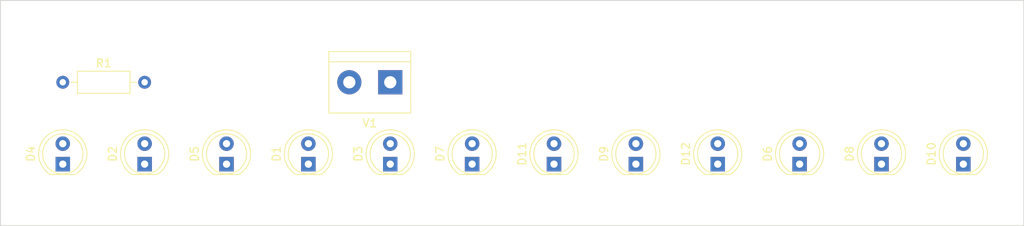
<source format=kicad_pcb>
(kicad_pcb (version 20211014) (generator pcbnew)
  (layers (0 "F.Cu" signal) (31 "B.Cu" signal) (34 "B.Paste" user) (35 "F.Paste" user) (36 "B.SilkS" user "B.Silkscreen") (37 "F.SilkS" user "F.Silkscreen") (38 "B.Mask" user) (39 "F.Mask" user) (44 "Edge.Cuts" user))
  (net 0 "")
  (net 1 "Net-(D1-Pad1)")
  (net 2 "Net-(D1-Pad2)")
  (net 3 "GND")
  (footprint "LED_THT:LED_D5.0mm" (layer "F.Cu") (at 223.52 104.14 90)
    (fp_text reference "D8" (at 1.27 -3.96 90) (layer "F.SilkS"))
    (fp_text value "LED")
    (fp_line (start -1.29 -1.545) (end -1.29 1.545) (layer "F.SilkS") (width 0.12))
    (fp_arc (start -1.29 -1.54483) (mid 2.072002 -2.880433) (end 4.26 0.000462) (layer "F.SilkS") (width 0.12))
    (fp_arc (start 4.26 -0.000462) (mid 2.072002 2.880433) (end -1.29 1.54483) (layer "F.SilkS") (width 0.12))
    (fp_circle (center 1.27 0) (end 3.77 0) (layer "F.SilkS") (width 0.12) (fill none))
    (pad "1" thru_hole rect (at 0 0 90) (size 1.8 1.8) (drill 0.9) (layers *.Cu *.Mask) (net 1 "Net-(D1-Pad1)"))
    (pad "2" thru_hole circle (at 2.54 0 90) (size 1.8 1.8) (drill 0.9) (layers *.Cu *.Mask) (net 2 "Net-(D1-Pad2)"))
  )
  (footprint "LED_THT:LED_D5.0mm" (layer "F.Cu") (at 193.04 104.14 90)
    (fp_text reference "D9" (at 1.27 -3.96 90) (layer "F.SilkS"))
    (fp_text value "LED")
    (fp_line (start -1.29 -1.545) (end -1.29 1.545) (layer "F.SilkS") (width 0.12))
    (fp_arc (start -1.29 -1.54483) (mid 2.072002 -2.880433) (end 4.26 0.000462) (layer "F.SilkS") (width 0.12))
    (fp_arc (start 4.26 -0.000462) (mid 2.072002 2.880433) (end -1.29 1.54483) (layer "F.SilkS") (width 0.12))
    (fp_circle (center 1.27 0) (end 3.77 0) (layer "F.SilkS") (width 0.12) (fill none))
    (pad "1" thru_hole rect (at 0 0 90) (size 1.8 1.8) (drill 0.9) (layers *.Cu *.Mask) (net 1 "Net-(D1-Pad1)"))
    (pad "2" thru_hole circle (at 2.54 0 90) (size 1.8 1.8) (drill 0.9) (layers *.Cu *.Mask) (net 2 "Net-(D1-Pad2)"))
  )
  (footprint "LED_THT:LED_D5.0mm" (layer "F.Cu") (at 132.08 104.14 90)
    (fp_text reference "D2" (at 1.27 -3.96 90) (layer "F.SilkS"))
    (fp_text value "LED")
    (fp_line (start -1.29 -1.545) (end -1.29 1.545) (layer "F.SilkS") (width 0.12))
    (fp_arc (start -1.29 -1.54483) (mid 2.072002 -2.880433) (end 4.26 0.000462) (layer "F.SilkS") (width 0.12))
    (fp_arc (start 4.26 -0.000462) (mid 2.072002 2.880433) (end -1.29 1.54483) (layer "F.SilkS") (width 0.12))
    (fp_circle (center 1.27 0) (end 3.77 0) (layer "F.SilkS") (width 0.12) (fill none))
    (pad "1" thru_hole rect (at 0 0 90) (size 1.8 1.8) (drill 0.9) (layers *.Cu *.Mask) (net 1 "Net-(D1-Pad1)"))
    (pad "2" thru_hole circle (at 2.54 0 90) (size 1.8 1.8) (drill 0.9) (layers *.Cu *.Mask) (net 2 "Net-(D1-Pad2)"))
  )
  (footprint "LED_THT:LED_D5.0mm" (layer "F.Cu") (at 121.92 104.14 90)
    (fp_text reference "D4" (at 1.27 -3.96 90) (layer "F.SilkS"))
    (fp_text value "LED")
    (fp_line (start -1.29 -1.545) (end -1.29 1.545) (layer "F.SilkS") (width 0.12))
    (fp_arc (start 4.26 -0.000462) (mid 2.072002 2.880433) (end -1.29 1.54483) (layer "F.SilkS") (width 0.12))
    (fp_arc (start -1.29 -1.54483) (mid 2.072002 -2.880433) (end 4.26 0.000462) (layer "F.SilkS") (width 0.12))
    (fp_circle (center 1.27 0) (end 3.77 0) (layer "F.SilkS") (width 0.12) (fill none))
    (pad "1" thru_hole rect (at 0 0 90) (size 1.8 1.8) (drill 0.9) (layers *.Cu *.Mask) (net 1 "Net-(D1-Pad1)"))
    (pad "2" thru_hole circle (at 2.54 0 90) (size 1.8 1.8) (drill 0.9) (layers *.Cu *.Mask) (net 2 "Net-(D1-Pad2)"))
  )
  (footprint "LED_THT:LED_D5.0mm" (layer "F.Cu") (at 182.88 104.14 90)
    (fp_text reference "D11" (at 1.27 -3.96 90) (layer "F.SilkS"))
    (fp_text value "LED")
    (fp_line (start -1.29 -1.545) (end -1.29 1.545) (layer "F.SilkS") (width 0.12))
    (fp_arc (start -1.29 -1.54483) (mid 2.072002 -2.880433) (end 4.26 0.000462) (layer "F.SilkS") (width 0.12))
    (fp_arc (start 4.26 -0.000462) (mid 2.072002 2.880433) (end -1.29 1.54483) (layer "F.SilkS") (width 0.12))
    (fp_circle (center 1.27 0) (end 3.77 0) (layer "F.SilkS") (width 0.12) (fill none))
    (pad "1" thru_hole rect (at 0 0 90) (size 1.8 1.8) (drill 0.9) (layers *.Cu *.Mask) (net 1 "Net-(D1-Pad1)"))
    (pad "2" thru_hole circle (at 2.54 0 90) (size 1.8 1.8) (drill 0.9) (layers *.Cu *.Mask) (net 2 "Net-(D1-Pad2)"))
  )
  (footprint "LED_THT:LED_D5.0mm" (layer "F.Cu") (at 142.24 104.14 90)
    (fp_text reference "D5" (at 1.27 -3.96 90) (layer "F.SilkS"))
    (fp_text value "LED")
    (fp_line (start -1.29 -1.545) (end -1.29 1.545) (layer "F.SilkS") (width 0.12))
    (fp_arc (start 4.26 -0.000462) (mid 2.072002 2.880433) (end -1.29 1.54483) (layer "F.SilkS") (width 0.12))
    (fp_arc (start -1.29 -1.54483) (mid 2.072002 -2.880433) (end 4.26 0.000462) (layer "F.SilkS") (width 0.12))
    (fp_circle (center 1.27 0) (end 3.77 0) (layer "F.SilkS") (width 0.12) (fill none))
    (pad "1" thru_hole rect (at 0 0 90) (size 1.8 1.8) (drill 0.9) (layers *.Cu *.Mask) (net 1 "Net-(D1-Pad1)"))
    (pad "2" thru_hole circle (at 2.54 0 90) (size 1.8 1.8) (drill 0.9) (layers *.Cu *.Mask) (net 2 "Net-(D1-Pad2)"))
  )
  (footprint "LED_THT:LED_D5.0mm" (layer "F.Cu") (at 152.4 104.14 90)
    (fp_text reference "D1" (at 1.27 -3.96 90) (layer "F.SilkS"))
    (fp_text value "LED")
    (fp_line (start -1.29 -1.545) (end -1.29 1.545) (layer "F.SilkS") (width 0.12))
    (fp_arc (start 4.26 -0.000462) (mid 2.072002 2.880433) (end -1.29 1.54483) (layer "F.SilkS") (width 0.12))
    (fp_arc (start -1.29 -1.54483) (mid 2.072002 -2.880433) (end 4.26 0.000462) (layer "F.SilkS") (width 0.12))
    (fp_circle (center 1.27 0) (end 3.77 0) (layer "F.SilkS") (width 0.12) (fill none))
    (pad "1" thru_hole rect (at 0 0 90) (size 1.8 1.8) (drill 0.9) (layers *.Cu *.Mask) (net 1 "Net-(D1-Pad1)"))
    (pad "2" thru_hole circle (at 2.54 0 90) (size 1.8 1.8) (drill 0.9) (layers *.Cu *.Mask) (net 2 "Net-(D1-Pad2)"))
  )
  (footprint "LED_THT:LED_D5.0mm" (layer "F.Cu") (at 233.68 104.14 90)
    (fp_text reference "D10" (at 1.27 -3.96 90) (layer "F.SilkS"))
    (fp_text value "LED")
    (fp_line (start -1.29 -1.545) (end -1.29 1.545) (layer "F.SilkS") (width 0.12))
    (fp_arc (start 4.26 -0.000462) (mid 2.072002 2.880433) (end -1.29 1.54483) (layer "F.SilkS") (width 0.12))
    (fp_arc (start -1.29 -1.54483) (mid 2.072002 -2.880433) (end 4.26 0.000462) (layer "F.SilkS") (width 0.12))
    (fp_circle (center 1.27 0) (end 3.77 0) (layer "F.SilkS") (width 0.12) (fill none))
    (pad "1" thru_hole rect (at 0 0 90) (size 1.8 1.8) (drill 0.9) (layers *.Cu *.Mask) (net 1 "Net-(D1-Pad1)"))
    (pad "2" thru_hole circle (at 2.54 0 90) (size 1.8 1.8) (drill 0.9) (layers *.Cu *.Mask) (net 2 "Net-(D1-Pad2)"))
  )
  (footprint "LED_THT:LED_D5.0mm" (layer "F.Cu") (at 213.36 104.14 90)
    (fp_text reference "D6" (at 1.27 -3.96 90) (layer "F.SilkS"))
    (fp_text value "LED")
    (fp_line (start -1.29 -1.545) (end -1.29 1.545) (layer "F.SilkS") (width 0.12))
    (fp_arc (start 4.26 -0.000462) (mid 2.072002 2.880433) (end -1.29 1.54483) (layer "F.SilkS") (width 0.12))
    (fp_arc (start -1.29 -1.54483) (mid 2.072002 -2.880433) (end 4.26 0.000462) (layer "F.SilkS") (width 0.12))
    (fp_circle (center 1.27 0) (end 3.77 0) (layer "F.SilkS") (width 0.12) (fill none))
    (pad "1" thru_hole rect (at 0 0 90) (size 1.8 1.8) (drill 0.9) (layers *.Cu *.Mask) (net 1 "Net-(D1-Pad1)"))
    (pad "2" thru_hole circle (at 2.54 0 90) (size 1.8 1.8) (drill 0.9) (layers *.Cu *.Mask) (net 2 "Net-(D1-Pad2)"))
  )
  (footprint "LED_THT:LED_D5.0mm" (layer "F.Cu") (at 162.56 104.14 90)
    (fp_text reference "D3" (at 1.27 -3.96 90) (layer "F.SilkS"))
    (fp_text value "LED")
    (fp_line (start -1.29 -1.545) (end -1.29 1.545) (layer "F.SilkS") (width 0.12))
    (fp_arc (start -1.29 -1.54483) (mid 2.072002 -2.880433) (end 4.26 0.000462) (layer "F.SilkS") (width 0.12))
    (fp_arc (start 4.26 -0.000462) (mid 2.072002 2.880433) (end -1.29 1.54483) (layer "F.SilkS") (width 0.12))
    (fp_circle (center 1.27 0) (end 3.77 0) (layer "F.SilkS") (width 0.12) (fill none))
    (pad "1" thru_hole rect (at 0 0 90) (size 1.8 1.8) (drill 0.9) (layers *.Cu *.Mask) (net 1 "Net-(D1-Pad1)"))
    (pad "2" thru_hole circle (at 2.54 0 90) (size 1.8 1.8) (drill 0.9) (layers *.Cu *.Mask) (net 2 "Net-(D1-Pad2)"))
  )
  (footprint "LED_THT:LED_D5.0mm" (layer "F.Cu") (at 172.72 104.14 90)
    (fp_text reference "D7" (at 1.27 -3.96 90) (layer "F.SilkS"))
    (fp_text value "LED")
    (fp_line (start -1.29 -1.545) (end -1.29 1.545) (layer "F.SilkS") (width 0.12))
    (fp_arc (start 4.26 -0.000462) (mid 2.072002 2.880433) (end -1.29 1.54483) (layer "F.SilkS") (width 0.12))
    (fp_arc (start -1.29 -1.54483) (mid 2.072002 -2.880433) (end 4.26 0.000462) (layer "F.SilkS") (width 0.12))
    (fp_circle (center 1.27 0) (end 3.77 0) (layer "F.SilkS") (width 0.12) (fill none))
    (pad "1" thru_hole rect (at 0 0 90) (size 1.8 1.8) (drill 0.9) (layers *.Cu *.Mask) (net 1 "Net-(D1-Pad1)"))
    (pad "2" thru_hole circle (at 2.54 0 90) (size 1.8 1.8) (drill 0.9) (layers *.Cu *.Mask) (net 2 "Net-(D1-Pad2)"))
  )
  (footprint "Resistor_THT:R_Axial_DIN0207_L6.3mm_D2.5mm_P10.16mm_Horizontal" (layer "F.Cu") (at 121.92 93.98)
    (fp_text reference "R1" (at 5.08 -2.37) (layer "F.SilkS"))
    (fp_text value "20")
    (fp_line (start 1.04 0) (end 1.81 0) (layer "F.SilkS") (width 0.12))
    (fp_line (start 1.81 1.37) (end 8.35 1.37) (layer "F.SilkS") (width 0.12))
    (fp_line (start 9.12 0) (end 8.35 0) (layer "F.SilkS") (width 0.12))
    (fp_line (start 1.81 -1.37) (end 1.81 1.37) (layer "F.SilkS") (width 0.12))
    (fp_line (start 8.35 1.37) (end 8.35 -1.37) (layer "F.SilkS") (width 0.12))
    (fp_line (start 8.35 -1.37) (end 1.81 -1.37) (layer "F.SilkS") (width 0.12))
    (pad "1" thru_hole circle (at 0 0) (size 1.6 1.6) (drill 0.8) (layers *.Cu *.Mask) (net 1 "Net-(D1-Pad1)"))
    (pad "2" thru_hole oval (at 10.16 0) (size 1.6 1.6) (drill 0.8) (layers *.Cu *.Mask) (net 3 "GND"))
  )
  (footprint "TerminalBlock:TerminalBlock_bornier-2_P5.08mm" (layer "F.Cu") (at 162.56 93.98 180)
    (fp_text reference "V1" (at 2.54 -5.08) (layer "F.SilkS"))
    (fp_text value "3.3")
    (fp_line (start -2.54 3.81) (end 7.62 3.81) (layer "F.SilkS") (width 0.12))
    (fp_line (start 7.62 3.81) (end 7.62 -3.81) (layer "F.SilkS") (width 0.12))
    (fp_line (start 7.62 -3.81) (end -2.54 -3.81) (layer "F.SilkS") (width 0.12))
    (fp_line (start -2.54 -3.81) (end -2.54 3.81) (layer "F.SilkS") (width 0.12))
    (fp_line (start 7.62 2.54) (end -2.54 2.54) (layer "F.SilkS") (width 0.12))
    (pad "1" thru_hole rect (at 0 0 180) (size 3 3) (drill 1.52) (layers *.Cu *.Mask) (net 2 "Net-(D1-Pad2)"))
    (pad "2" thru_hole circle (at 5.08 0 180) (size 3 3) (drill 1.52) (layers *.Cu *.Mask) (net 3 "GND"))
  )
  (footprint "LED_THT:LED_D5.0mm" (layer "F.Cu") (at 203.2 104.14 90)
    (fp_text reference "D12" (at 1.27 -3.96 90) (layer "F.SilkS"))
    (fp_text value "LED")
    (fp_line (start -1.29 -1.545) (end -1.29 1.545) (layer "F.SilkS") (width 0.12))
    (fp_arc (start -1.29 -1.54483) (mid 2.072002 -2.880433) (end 4.26 0.000462) (layer "F.SilkS") (width 0.12))
    (fp_arc (start 4.26 -0.000462) (mid 2.072002 2.880433) (end -1.29 1.54483) (layer "F.SilkS") (width 0.12))
    (fp_circle (center 1.27 0) (end 3.77 0) (layer "F.SilkS") (width 0.12) (fill none))
    (pad "1" thru_hole rect (at 0 0 90) (size 1.8 1.8) (drill 0.9) (layers *.Cu *.Mask) (net 1 "Net-(D1-Pad1)"))
    (pad "2" thru_hole circle (at 2.54 0 90) (size 1.8 1.8) (drill 0.9) (layers *.Cu *.Mask) (net 2 "Net-(D1-Pad2)"))
  )
  (gr_rect (start 241.18 111.76) (end 114.18 83.82) (layer "Edge.Cuts") (width 0.1) (fill none))
)
</source>
